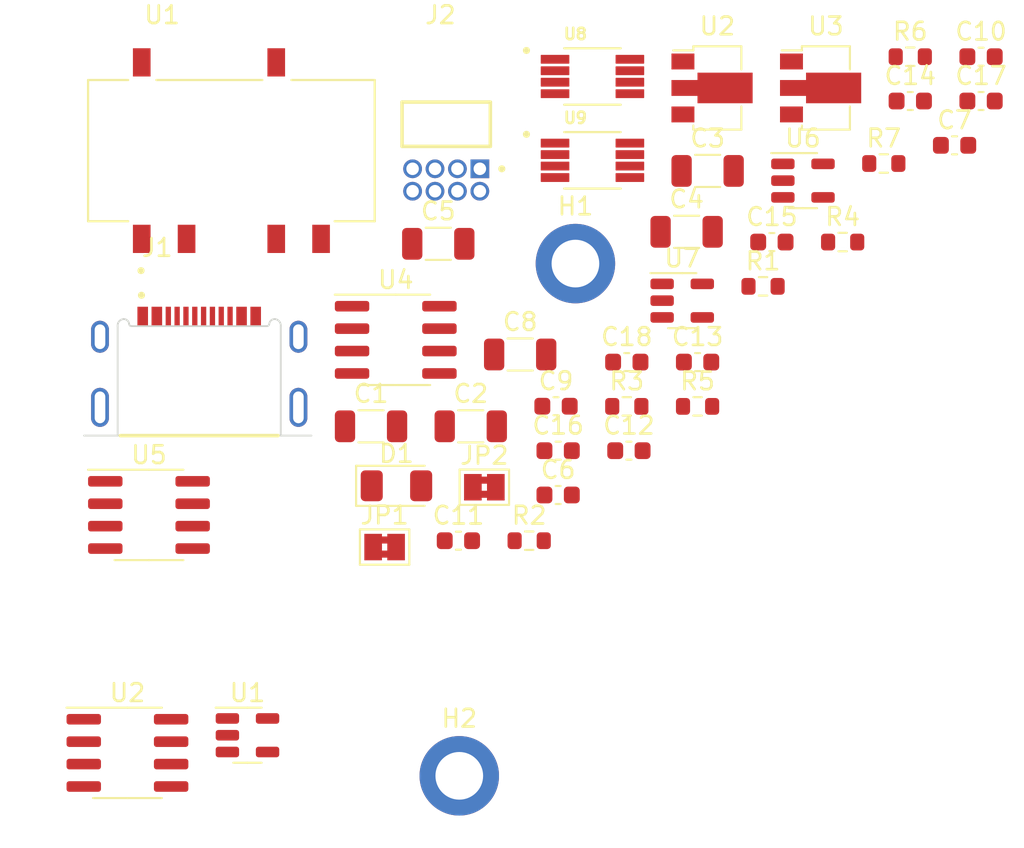
<source format=kicad_pcb>
(kicad_pcb (version 20211014) (generator pcbnew)
  (layers (0 "F.Cu" signal) (31 "B.Cu" signal) (34 "B.Paste" user) (35 "F.Paste" user) (36 "B.SilkS" user "B.Silkscreen") (37 "F.SilkS" user "F.Silkscreen") (38 "B.Mask" user) (39 "F.Mask" user) (44 "Edge.Cuts" user))
  (net 0 "")
  (net 1 "Net-(U1-Pad1)")
  (net 2 "GND")
  (net 4 "Net-(U1-Pad4)")
  (net 5 "+5V")
  (net 6 "Net-(U2-Pad1)")
  (net 7 "Net-(U2-Pad3)")
  (net 8 "Net-(U2-Pad6)")
  (net 10 "+15V")
  (net 11 "-15V")
  (net 12 "+12V")
  (net 13 "-12V")
  (net 14 "/VIOUT_5A")
  (net 15 "/VIOUT_40A")
  (net 16 "Net-(D1-Pad1)")
  (net 17 "Net-(J1-PadA5)")
  (net 21 "Net-(J1-PadB5)")
  (net 25 "/VIOUT_5A_SCALED")
  (net 26 "/VIOUT_40A_SCALED")
  (net 27 "/VIOUT_5A_BUF")
  (net 28 "/VIOUT_40A_BUF")
  (net 29 "Net-(JP1-Pad1)")
  (net 30 "Net-(JP2-Pad1)")
  (net 31 "Net-(R6-Pad1)")
  (net 32 "Net-(R6-Pad2)")
  (net 33 "Net-(R7-Pad1)")
  (net 34 "Net-(R7-Pad2)")
  (net 36 "Net-(H1-Pad1)")
  (net 37 "Net-(U4-Pad3)")
  (net 38 "Net-(H2-Pad1)")
  (net 39 "+2V5")
  (footprint "Package_SO:SOIC-8_3.9x4.9mm_P1.27mm" (layer "F.Cu") (at 332.6 34.1)
    (fp_text reference "U4" (at 0 -3.4) (layer "F.SilkS"))
    (fp_text value "ACS723xLCTR-05AB")
    (pad "1" smd roundrect (at -2.475 -1.905) (size 1.95 0.6) (layers "F.Cu" "F.Paste" "F.Mask") (net 36 "Net-(H1-Pad1)"))
    (pad "2" smd roundrect (at -2.475 -0.635) (size 1.95 0.6) (layers "F.Cu" "F.Paste" "F.Mask") (net 36 "Net-(H1-Pad1)"))
    (pad "3" smd roundrect (at -2.475 0.635) (size 1.95 0.6) (layers "F.Cu" "F.Paste" "F.Mask") (net 37 "Net-(U4-Pad3)"))
    (pad "4" smd roundrect (at -2.475 1.905) (size 1.95 0.6) (layers "F.Cu" "F.Paste" "F.Mask") (net 37 "Net-(U4-Pad3)"))
    (pad "5" smd roundrect (at 2.475 1.905) (size 1.95 0.6) (layers "F.Cu" "F.Paste" "F.Mask") (net 2 "GND"))
    (pad "6" smd roundrect (at 2.475 0.635) (size 1.95 0.6) (layers "F.Cu" "F.Paste" "F.Mask") (net 2 "GND"))
    (pad "7" smd roundrect (at 2.475 -0.635) (size 1.95 0.6) (layers "F.Cu" "F.Paste" "F.Mask") (net 14 "/VIOUT_5A"))
    (pad "8" smd roundrect (at 2.475 -1.905) (size 1.95 0.6) (layers "F.Cu" "F.Paste" "F.Mask") (net 5 "+5V"))
  )
  (footprint "Package_SO:SOIC-8_3.9x4.9mm_P1.27mm" (layer "F.Cu") (at 317.4 57.5)
    (fp_text reference "U2" (at 0 -3.4) (layer "F.SilkS"))
    (fp_text value "ACS712xLCTR-05B")
    (pad "1" smd roundrect (at -2.475 -1.905) (size 1.95 0.6) (layers "F.Cu" "F.Paste" "F.Mask") (net 6 "Net-(U2-Pad1)"))
    (pad "2" smd roundrect (at -2.475 -0.635) (size 1.95 0.6) (layers "F.Cu" "F.Paste" "F.Mask") (net 6 "Net-(U2-Pad1)"))
    (pad "3" smd roundrect (at -2.475 0.635) (size 1.95 0.6) (layers "F.Cu" "F.Paste" "F.Mask") (net 7 "Net-(U2-Pad3)"))
    (pad "4" smd roundrect (at -2.475 1.905) (size 1.95 0.6) (layers "F.Cu" "F.Paste" "F.Mask") (net 7 "Net-(U2-Pad3)"))
    (pad "5" smd roundrect (at 2.475 1.905) (size 1.95 0.6) (layers "F.Cu" "F.Paste" "F.Mask") (net 2 "GND"))
    (pad "6" smd roundrect (at 2.475 0.635) (size 1.95 0.6) (layers "F.Cu" "F.Paste" "F.Mask") (net 8 "Net-(U2-Pad6)"))
    (pad "7" smd roundrect (at 2.475 -0.635) (size 1.95 0.6) (layers "F.Cu" "F.Paste" "F.Mask"))
    (pad "8" smd roundrect (at 2.475 -1.905) (size 1.95 0.6) (layers "F.Cu" "F.Paste" "F.Mask") (net 5 "+5V"))
  )
  (footprint "Capacitor_SMD:C_1206_3216Metric" (layer "F.Cu") (at 335.01 28.66)
    (fp_text reference "C5" (at 0 -1.85) (layer "F.SilkS"))
    (fp_text value "4.7uF")
    (pad "1" smd roundrect (at -1.475 0) (size 1.15 1.8) (layers "F.Cu" "F.Paste" "F.Mask") (roundrect_rratio 0.217391) (net 5 "+5V"))
    (pad "2" smd roundrect (at 1.475 0) (size 1.15 1.8) (layers "F.Cu" "F.Paste" "F.Mask") (roundrect_rratio 0.217391) (net 2 "GND"))
  )
  (footprint "Resistor_SMD:R_0603_1608Metric" (layer "F.Cu") (at 340.16 45.48)
    (fp_text reference "R2" (at 0 -1.43) (layer "F.SilkS"))
    (fp_text value "5.1K")
    (pad "1" smd roundrect (at -0.825 0) (size 0.8 0.95) (layers "F.Cu" "F.Paste" "F.Mask") (net 2 "GND"))
    (pad "2" smd roundrect (at 0.825 0) (size 0.8 0.95) (layers "F.Cu" "F.Paste" "F.Mask") (net 21 "Net-(J1-PadB5)"))
  )
  (footprint "Capacitor_SMD:C_1206_3216Metric" (layer "F.Cu") (at 349.08 27.98)
    (fp_text reference "C4" (at 0 -1.85) (layer "F.SilkS"))
    (fp_text value "4.7uF")
    (pad "1" smd roundrect (at -1.475 0) (size 1.15 1.8) (layers "F.Cu" "F.Paste" "F.Mask") (roundrect_rratio 0.217391) (net 5 "+5V"))
    (pad "2" smd roundrect (at 1.475 0) (size 1.15 1.8) (layers "F.Cu" "F.Paste" "F.Mask") (roundrect_rratio 0.217391) (net 2 "GND"))
  )
  (footprint "Capacitor_SMD:C_0603_1608Metric" (layer "F.Cu") (at 361.75 20.57)
    (fp_text reference "C14" (at 0 -1.43) (layer "F.SilkS"))
    (fp_text value "DNP")
    (pad "1" smd roundrect (at -0.775 0) (size 0.9 0.95) (layers "F.Cu" "F.Paste" "F.Mask") (net 2 "GND"))
    (pad "2" smd roundrect (at 0.775 0) (size 0.9 0.95) (layers "F.Cu" "F.Paste" "F.Mask") (net 15 "/VIOUT_40A"))
  )
  (footprint "Capacitor_SMD:C_1206_3216Metric" (layer "F.Cu") (at 336.85 39)
    (fp_text reference "C2" (at 0 -1.85) (layer "F.SilkS"))
    (fp_text value "1uF")
    (pad "1" smd roundrect (at -1.475 0) (size 1.15 1.8) (layers "F.Cu" "F.Paste" "F.Mask") (roundrect_rratio 0.217391) (net 10 "+15V"))
    (pad "2" smd roundrect (at 1.475 0) (size 1.15 1.8) (layers "F.Cu" "F.Paste" "F.Mask") (roundrect_rratio 0.217391) (net 2 "GND"))
  )
  (footprint "LED_SMD:LED_1206_3216Metric" (layer "F.Cu") (at 332.64 42.37)
    (fp_text reference "D1" (at 0 -1.82) (layer "F.SilkS"))
    (fp_text value "LED_Small")
    (pad "1" smd roundrect (at -1.4 0) (size 1.25 1.75) (layers "F.Cu" "F.Paste" "F.Mask") (roundrect_rratio 0.2) (net 16 "Net-(D1-Pad1)"))
    (pad "2" smd roundrect (at 1.4 0) (size 1.25 1.75) (layers "F.Cu" "F.Paste" "F.Mask") (roundrect_rratio 0.2) (net 5 "+5V"))
  )
  (footprint "Package_TO_SOT_SMD:SOT-23-5" (layer "F.Cu") (at 324.2 56.5)
    (fp_text reference "U1" (at 0 -2.4) (layer "F.SilkS"))
    (fp_text value "AD8541")
    (pad "1" smd roundrect (at -1.1375 -0.95) (size 1.325 0.6) (layers "F.Cu" "F.Paste" "F.Mask") (net 1 "Net-(U1-Pad1)"))
    (pad "2" smd roundrect (at -1.1375 0) (size 1.325 0.6) (layers "F.Cu" "F.Paste" "F.Mask") (net 2 "GND"))
    (pad "3" smd roundrect (at -1.1375 0.95) (size 1.325 0.6) (layers "F.Cu" "F.Paste" "F.Mask"))
    (pad "4" smd roundrect (at 1.1375 0.95) (size 1.325 0.6) (layers "F.Cu" "F.Paste" "F.Mask") (net 4 "Net-(U1-Pad4)"))
    (pad "5" smd roundrect (at 1.1375 -0.95) (size 1.325 0.6) (layers "F.Cu" "F.Paste" "F.Mask") (net 5 "+5V"))
  )
  (footprint "Package_SO:SOIC-8_3.9x4.9mm_P1.27mm" (layer "F.Cu") (at 318.62 44.02)
    (fp_text reference "U5" (at 0 -3.4) (layer "F.SilkS"))
    (fp_text value "ACS723xLCTR-40AB")
    (pad "1" smd roundrect (at -2.475 -1.905) (size 1.95 0.6) (layers "F.Cu" "F.Paste" "F.Mask") (net 37 "Net-(U4-Pad3)"))
    (pad "2" smd roundrect (at -2.475 -0.635) (size 1.95 0.6) (layers "F.Cu" "F.Paste" "F.Mask") (net 37 "Net-(U4-Pad3)"))
    (pad "3" smd roundrect (at -2.475 0.635) (size 1.95 0.6) (layers "F.Cu" "F.Paste" "F.Mask") (net 38 "Net-(H2-Pad1)"))
    (pad "4" smd roundrect (at -2.475 1.905) (size 1.95 0.6) (layers "F.Cu" "F.Paste" "F.Mask") (net 38 "Net-(H2-Pad1)"))
    (pad "5" smd roundrect (at 2.475 1.905) (size 1.95 0.6) (layers "F.Cu" "F.Paste" "F.Mask") (net 2 "GND"))
    (pad "6" smd roundrect (at 2.475 0.635) (size 1.95 0.6) (layers "F.Cu" "F.Paste" "F.Mask") (net 2 "GND"))
    (pad "7" smd roundrect (at 2.475 -0.635) (size 1.95 0.6) (layers "F.Cu" "F.Paste" "F.Mask") (net 15 "/VIOUT_40A"))
    (pad "8" smd roundrect (at 2.475 -1.905) (size 1.95 0.6) (layers "F.Cu" "F.Paste" "F.Mask") (net 5 "+5V"))
  )
  (footprint "Capacitor_SMD:C_0603_1608Metric" (layer "F.Cu") (at 341.68 37.86)
    (fp_text reference "C9" (at 0 -1.43) (layer "F.SilkS"))
    (fp_text value "100nF")
    (pad "1" smd roundrect (at -0.775 0) (size 0.9 0.95) (layers "F.Cu" "F.Paste" "F.Mask") (net 5 "+5V"))
    (pad "2" smd roundrect (at 0.775 0) (size 0.9 0.95) (layers "F.Cu" "F.Paste" "F.Mask") (net 2 "GND"))
  )
  (footprint "Capacitor_SMD:C_0603_1608Metric" (layer "F.Cu") (at 353.91 28.56)
    (fp_text reference "C15" (at 0 -1.43) (layer "F.SilkS"))
    (fp_text value "100nF")
    (pad "1" smd roundrect (at -0.775 0) (size 0.9 0.95) (layers "F.Cu" "F.Paste" "F.Mask") (net 12 "+12V"))
    (pad "2" smd roundrect (at 0.775 0) (size 0.9 0.95) (layers "F.Cu" "F.Paste" "F.Mask") (net 2 "GND"))
  )
  (footprint "Capacitor_SMD:C_0603_1608Metric" (layer "F.Cu") (at 336.15 45.48)
    (fp_text reference "C11" (at 0 -1.43) (layer "F.SilkS"))
    (fp_text value "100nF")
    (pad "1" smd roundrect (at -0.775 0) (size 0.9 0.95) (layers "F.Cu" "F.Paste" "F.Mask") (net 5 "+5V"))
    (pad "2" smd roundrect (at 0.775 0) (size 0.9 0.95) (layers "F.Cu" "F.Paste" "F.Mask") (net 2 "GND"))
  )
  (footprint "Resistor_SMD:R_0603_1608Metric" (layer "F.Cu") (at 360.25 24.11)
    (fp_text reference "R7" (at 0 -1.43) (layer "F.SilkS"))
    (fp_text value "4.95K")
    (pad "1" smd roundrect (at -0.825 0) (size 0.8 0.95) (layers "F.Cu" "F.Paste" "F.Mask") (net 33 "Net-(R7-Pad1)"))
    (pad "2" smd roundrect (at 0.825 0) (size 0.8 0.95) (layers "F.Cu" "F.Paste" "F.Mask") (net 34 "Net-(R7-Pad2)"))
  )
  (footprint "Capacitor_SMD:C_1206_3216Metric" (layer "F.Cu") (at 350.27 24.53)
    (fp_text reference "C3" (at 0 -1.85) (layer "F.SilkS"))
    (fp_text value "1uF")
    (pad "1" smd roundrect (at -1.475 0) (size 1.15 1.8) (layers "F.Cu" "F.Paste" "F.Mask") (roundrect_rratio 0.217391) (net 2 "GND"))
    (pad "2" smd roundrect (at 1.475 0) (size 1.15 1.8) (layers "F.Cu" "F.Paste" "F.Mask") (roundrect_rratio 0.217391) (net 11 "-15V"))
  )
  (footprint "TES_1-0523:CONV_TES_1-0523" (layer "F.Cu") (at 323.29 23.38)
    (fp_text reference "U1" (at -3.925 -7.685) (layer "F.SilkS"))
    (fp_text value "TES_1-0523")
    (pad "1" smd rect locked (at -5.08 5) (size 1 1.6) (layers "F.Cu" "F.Paste" "F.Mask") (net 2 "GND"))
    (pad "2" smd rect locked (at -2.54 5) (size 1 1.6) (layers "F.Cu" "F.Paste" "F.Mask") (net 5 "+5V"))
    (pad "4" smd rect locked (at 2.54 5) (size 1 1.6) (layers "F.Cu" "F.Paste" "F.Mask") (net 2 "GND"))
    (pad "5" smd rect locked (at 5.08 5) (size 1 1.6) (layers "F.Cu" "F.Paste" "F.Mask") (net 11 "-15V"))
    (pad "7" smd rect locked (at 2.54 -5) (size 1 1.6) (layers "F.Cu" "F.Paste" "F.Mask") (net 10 "+15V"))
    (pad "10" smd rect locked (at -5.08 -5) (size 1 1.6) (layers "F.Cu" "F.Paste" "F.Mask"))
  )
  (footprint "Resistor_SMD:R_0603_1608Metric" (layer "F.Cu") (at 349.7 37.87)
    (fp_text reference "R5" (at 0 -1.43) (layer "F.SilkS"))
    (fp_text value "4.7K")
    (pad "1" smd roundrect (at -0.825 0) (size 0.8 0.95) (layers "F.Cu" "F.Paste" "F.Mask") (net 15 "/VIOUT_40A"))
    (pad "2" smd roundrect (at 0.825 0) (size 0.8 0.95) (layers "F.Cu" "F.Paste" "F.Mask") (net 2 "GND"))
  )
  (footprint "Package_TO_SOT_SMD:SOT-23-5" (layer "F.Cu") (at 348.83 31.88)
    (fp_text reference "U7" (at 0 -2.4) (layer "F.SilkS"))
    (fp_text value "LT6015xS5")
    (pad "1" smd roundrect (at -1.1375 -0.95) (size 1.325 0.6) (layers "F.Cu" "F.Paste" "F.Mask") (net 28 "/VIOUT_40A_BUF"))
    (pad "2" smd roundrect (at -1.1375 0) (size 1.325 0.6) (layers "F.Cu" "F.Paste" "F.Mask") (net 2 "GND"))
    (pad "3" smd roundrect (at -1.1375 0.95) (size 1.325 0.6) (layers "F.Cu" "F.Paste" "F.Mask") (net 15 "/VIOUT_40A"))
    (pad "4" smd roundrect (at 1.1375 0.95) (size 1.325 0.6) (layers "F.Cu" "F.Paste" "F.Mask") (net 28 "/VIOUT_40A_BUF"))
    (pad "5" smd roundrect (at 1.1375 -0.95) (size 1.325 0.6) (layers "F.Cu" "F.Paste" "F.Mask") (net 5 "+5V"))
  )
  (footprint "Resistor_SMD:R_0603_1608Metric" (layer "F.Cu") (at 357.92 28.56)
    (fp_text reference "R4" (at 0 -1.43) (layer "F.SilkS"))
    (fp_text value "4.7K")
    (pad "1" smd roundrect (at -0.825 0) (size 0.8 0.95) (layers "F.Cu" "F.Paste" "F.Mask") (net 14 "/VIOUT_5A"))
    (pad "2" smd roundrect (at 0.825 0) (size 0.8 0.95) (layers "F.Cu" "F.Paste" "F.Mask") (net 2 "GND"))
  )
  (footprint "Resistor_SMD:R_0603_1608Metric" (layer "F.Cu") (at 345.69 37.87)
    (fp_text reference "R3" (at 0 -1.43) (layer "F.SilkS"))
    (fp_text value "5.1K")
    (pad "1" smd roundrect (at -0.825 0) (size 0.8 0.95) (layers "F.Cu" "F.Paste" "F.Mask") (net 17 "Net-(J1-PadA5)"))
    (pad "2" smd roundrect (at 0.825 0) (size 0.8 0.95) (layers "F.Cu" "F.Paste" "F.Mask") (net 2 "GND"))
  )
  (footprint "Capacitor_SMD:C_0603_1608Metric" (layer "F.Cu") (at 365.76 20.57)
    (fp_text reference "C17" (at 0 -1.43) (layer "F.SilkS"))
    (fp_text value "100nF")
    (pad "1" smd roundrect (at -0.775 0) (size 0.9 0.95) (layers "F.Cu" "F.Paste" "F.Mask") (net 12 "+12V"))
    (pad "2" smd roundrect (at 0.775 0) (size 0.9 0.95) (layers "F.Cu" "F.Paste" "F.Mask") (net 2 "GND"))
  )
  (footprint "Package_TO_SOT_SMD:SOT-89-3" (layer "F.Cu") (at 356.67 19.83)
    (fp_text reference "U3" (at 0.3 -3.5) (layer "F.SilkS"))
    (fp_text value "L7912")
    (pad "1" smd rect (at -1.65 -1.5) (size 1.3 0.9) (layers "F.Cu" "F.Paste" "F.Mask") (net 2 "GND"))
    (pad "2" smd custom (at -1.5625 0) (size 1.475 0.9) (layers "F.Cu" "F.Paste" "F.Mask") (net 11 "-15V") (options (clearance outline) (anchor rect)) (primitives (gr_poly (pts (xy 3.8625 0.8665) (xy 0.7375 0.8665) (xy 0.7375 -0.8665) (xy 3.8625 -0.8665)) (width 0) (fill yes))))
    (pad "3" smd rect (at -1.65 1.5) (size 1.3 0.9) (layers "F.Cu" "F.Paste" "F.Mask") (net 13 "-12V"))
  )
  (footprint "Capacitor_SMD:C_0603_1608Metric" (layer "F.Cu") (at 345.69 35.36)
    (fp_text reference "C18" (at 0 -1.43) (layer "F.SilkS"))
    (fp_text value "100nF")
    (pad "1" smd roundrect (at -0.775 0) (size 0.9 0.95) (layers "F.Cu" "F.Paste" "F.Mask") (net 13 "-12V"))
    (pad "2" smd roundrect (at 0.775 0) (size 0.9 0.95) (layers "F.Cu" "F.Paste" "F.Mask") (net 2 "GND"))
  )
  (footprint "Capacitor_SMD:C_0603_1608Metric" (layer "F.Cu") (at 349.7 35.36)
    (fp_text reference "C13" (at 0 -1.43) (layer "F.SilkS"))
    (fp_text value "DNP")
    (pad "1" smd roundrect (at -0.775 0) (size 0.9 0.95) (layers "F.Cu" "F.Paste" "F.Mask") (net 2 "GND"))
    (pad "2" smd roundrect (at 0.775 0) (size 0.9 0.95) (layers "F.Cu" "F.Paste" "F.Mask") (net 14 "/VIOUT_5A"))
  )
  (footprint "Package_TO_SOT_SMD:SOT-89-3" (layer "F.Cu") (at 350.52 19.83)
    (fp_text reference "U2" (at 0.3 -3.5) (layer "F.SilkS"))
    (fp_text value "L78L12")
    (pad "1" smd rect (at -1.65 -1.5) (size 1.3 0.9) (layers "F.Cu" "F.Paste" "F.Mask") (net 12 "+12V"))
    (pad "2" smd custom (at -1.5625 0) (size 1.475 0.9) (layers "F.Cu" "F.Paste" "F.Mask") (net 2 "GND") (options (clearance outline) (anchor rect)) (primitives (gr_poly (pts (xy 3.8625 0.8665) (xy 0.7375 0.8665) (xy 0.7375 -0.8665) (xy 3.8625 -0.8665)) (width 0) (fill yes))))
    (pad "3" smd rect (at -1.65 1.5) (size 1.3 0.9) (layers "F.Cu" "F.Paste" "F.Mask") (net 10 "+15V"))
  )
  (footprint "Capacitor_SMD:C_0603_1608Metric" (layer "F.Cu") (at 341.8 40.38)
    (fp_text reference "C16" (at 0 -1.43) (layer "F.SilkS"))
    (fp_text value "100nF")
    (pad "1" smd roundrect (at -0.775 0) (size 0.9 0.95) (layers "F.Cu" "F.Paste" "F.Mask") (net 13 "-12V"))
    (pad "2" smd roundrect (at 0.775 0) (size 0.9 0.95) (layers "F.Cu" "F.Paste" "F.Mask") (net 2 "GND"))
  )
  (footprint "USB4505-03-0-A_REVA:GCT_USB4505-03-0-A_REVA" (layer "F.Cu") (at 321.465 37.925)
    (fp_text reference "J1" (at -2.375 -9.045) (layer "F.SilkS"))
    (fp_text value "USB4505-03-0-A_REVA")
    (fp_poly (pts (xy -5.62 -3.1) (xy -5.646 -3.101) (xy -5.672 -3.103) (xy -5.698 -3.106) (xy -5.724 -3.111) (xy -5.749 -3.117) (xy -5.775 -3.124) (xy -5.799 -3.133) (xy -5.823 -3.143) (xy -5.847 -3.154) (xy -5.87 -3.167) (xy -5.892 -3.181) (xy -5.914 -3.195) (xy -5.935 -3.211) (xy -5.955 -3.228) (xy -5.974 -3.246) (xy -5.992 -3.265) (xy -6.009 -3.285) (xy -6.025 -3.306) (xy -6.039 -3.328) (xy -6.053 -3.35) (xy -6.066 -3.373) (xy -6.077 -3.397) (xy -6.087 -3.421) (xy -6.096 -3.445) (xy -6.103 -3.471) (xy -6.109 -3.496) (xy -6.114 -3.522) (xy -6.117 -3.548) (xy -6.119 -3.574) (xy -6.12 -3.6) (xy -6.12 -4.4) (xy -6.119 -4.426) (xy -6.117 -4.452) (xy -6.114 -4.478) (xy -6.109 -4.504) (xy -6.103 -4.529) (xy -6.096 -4.555) (xy -6.087 -4.579) (xy -6.077 -4.603) (xy -6.066 -4.627) (xy -6.053 -4.65) (xy -6.039 -4.672) (xy -6.025 -4.694) (xy -6.009 -4.715) (xy -5.992 -4.735) (xy -5.974 -4.754) (xy -5.955 -4.772) (xy -5.935 -4.789) (xy -5.914 -4.805) (xy -5.892 -4.819) (xy -5.87 -4.833) (xy -5.847 -4.846) (xy -5.823 -4.857) (xy -5.799 -4.867) (xy -5.775 -4.876) (xy -5.749 -4.883) (xy -5.724 -4.889) (xy -5.698 -4.894) (xy -5.672 -4.897) (xy -5.646 -4.899) (xy -5.62 -4.9) (xy -5.594 -4.899) (xy -5.568 -4.897) (xy -5.542 -4.894) (xy -5.516 -4.889) (xy -5.491 -4.883) (xy -5.465 -4.876) (xy -5.441 -4.867) (xy -5.417 -4.857) (xy -5.393 -4.846) (xy -5.37 -4.833) (xy -5.348 -4.819) (xy -5.326 -4.805) (xy -5.305 -4.789) (xy -5.285 -4.772) (xy -5.266 -4.754) (xy -5.248 -4.735) (xy -5.231 -4.715) (xy -5.215 -4.694) (xy -5.201 -4.672) (xy -5.187 -4.65) (xy -5.174 -4.627) (xy -5.163 -4.603) (xy -5.153 -4.579) (xy -5.144 -4.555) (xy -5.137 -4.529) (xy -5.131 -4.504) (xy -5.126 -4.478) (xy -5.123 -4.452) (xy -5.121 -4.426) (xy -5.12 -4.4) (xy -5.12 -3.6) (xy -5.121 -3.574) (xy -5.123 -3.548) (xy -5.126 -3.522) (xy -5.131 -3.496) (xy -5.137 -3.471) (xy -5.144 -3.445) (xy -5.153 -3.421) (xy -5.163 -3.397) (xy -5.174 -3.373) (xy -5.187 -3.35) (xy -5.201 -3.328) (xy -5.215 -3.306) (xy -5.231 -3.285) (xy -5.248 -3.265) (xy -5.266 -3.246) (xy -5.285 -3.228) (xy -5.305 -3.211) (xy -5.326 -3.195) (xy -5.348 -3.181) (xy -5.37 -3.167) (xy -5.393 -3.154) (xy -5.417 -3.143) (xy -5.441 -3.133) (xy -5.465 -3.124) (xy -5.491 -3.117) (xy -5.516 -3.111) (xy -5.542 -3.106) (xy -5.568 -3.103) (xy -5.594 -3.101) (xy -5.62 -3.1)) (layer "F.Cu") (width 0.01) (fill solid))
    (fp_poly (pts (xy 5.62 1.1) (xy 5.594 1.099) (xy 5.568 1.097) (xy 5.542 1.094) (xy 5.516 1.089) (xy 5.491 1.083) (xy 5.465 1.076) (xy 5.441 1.067) (xy 5.417 1.057) (xy 5.393 1.046) (xy 5.37 1.033) (xy 5.348 1.019) (xy 5.326 1.005) (xy 5.305 0.989) (xy 5.285 0.972) (xy 5.266 0.954) (xy 5.248 0.935) (xy 5.231 0.915) (xy 5.215 0.894) (xy 5.201 0.872) (xy 5.187 0.85) (xy 5.174 0.827) (xy 5.163 0.803) (xy 5.153 0.779) (xy 5.144 0.755) (xy 5.137 0.729) (xy 5.131 0.704) (xy 5.126 0.678) (xy 5.123 0.652) (xy 5.121 0.626) (xy 5.12 0.6) (xy 5.12 -0.6) (xy 5.121 -0.626) (xy 5.123 -0.652) (xy 5.126 -0.678) (xy 5.131 -0.704) (xy 5.137 -0.729) (xy 5.144 -0.755) (xy 5.153 -0.779) (xy 5.163 -0.803) (xy 5.174 -0.827) (xy 5.187 -0.85) (xy 5.201 -0.872) (xy 5.215 -0.894) (xy 5.231 -0.915) (xy 5.248 -0.935) (xy 5.266 -0.954) (xy 5.285 -0.972) (xy 5.305 -0.989) (xy 5.326 -1.005) (xy 5.348 -1.019) (xy 5.37 -1.033) (xy 5.393 -1.046) (xy 5.417 -1.057) (xy 5.441 -1.067) (xy 5.465 -1.076) (xy 5.491 -1.083) (xy 5.516 -1.089) (xy 5.542 -1.094) (xy 5.568 -1.097) (xy 5.594 -1.099) (xy 5.62 -1.1) (xy 5.646 -1.099) (xy 5.672 -1.097) (xy 5.698 -1.094) (xy 5.724 -1.089) (xy 5.749 -1.083) (xy 5.775 -1.076) (xy 5.799 -1.067) (xy 5.823 -1.057) (xy 5.847 -1.046) (xy 5.87 -1.033) (xy 5.892 -1.019) (xy 5.914 -1.005) (xy 5.935 -0.989) (xy 5.955 -0.972) (xy 5.974 -0.954) (xy 5.992 -0.935) (xy 6.009 -0.915) (xy 6.025 -0.894) (xy 6.039 -0.872) (xy 6.053 -0.85) (xy 6.066 -0.827) (xy 6.077 -0.803) (xy 6.087 -0.779) (xy 6.096 -0.755) (xy 6.103 -0.729) (xy 6.109 -0.704) (xy 6.114 -0.678) (xy 6.117 -0.652) (xy 6.119 -0.626) (xy 6.12 -0.6) (xy 6.12 0.6) (xy 6.119 0.626) (xy 6.117 0.652) (xy 6.114 0.678) (xy 6.109 0.704) (xy 6.103 0.729) (xy 6.096 0.755) (xy 6.087 0.779) (xy 6.077 0.803) (xy 6.066 0.827) (xy 6.053 0.85) (xy 6.039 0.872) (xy 6.025 0.894) (xy 6.009 0.915) (xy 5.992 0.935) (xy 5.974 0.954) (xy 5.955 0.972) (xy 5.935 0.989) (xy 5.914 1.005) (xy 5.892 1.019) (xy 5.87 1.033) (xy 5.847 1.046) (xy 5.823 1.057) (xy 5.799 1.067) (xy 5.775 1.076) (xy 5.749 1.083) (xy 5.724 1.089) (xy 5.698 1.094) (xy 5.672 1.097) (xy 5.646 1.099) (xy 5.62 1.1)) (layer "F.Cu") (width 0.01) (fill solid))
    (fp_poly (pts (xy -5.62 1.1) (xy -5.646 1.099) (xy -5.672 1.097) (xy -5.698 1.094) (xy -5.724 1.089) (xy -5.749 1.083) (xy -5.775 1.076) (xy -5.799 1.067) (xy -5.823 1.057) (xy -5.847 1.046) (xy -5.87 1.033) (xy -5.892 1.019) (xy -5.914 1.005) (xy -5.935 0.989) (xy -5.955 0.972) (xy -5.974 0.954) (xy -5.992 0.935) (xy -6.009 0.915) (xy -6.025 0.894) (xy -6.039 0.872) (xy -6.053 0.85) (xy -6.066 0.827) (xy -6.077 0.803) (xy -6.087 0.779) (xy -6.096 0.755) (xy -6.103 0.729) (xy -6.109 0.704) (xy -6.114 0.678) (xy -6.117 0.652) (xy -6.119 0.626) (xy -6.12 0.6) (xy -6.12 -0.6) (xy -6.119 -0.626) (xy -6.117 -0.652) (xy -6.114 -0.678) (xy -6.109 -0.704) (xy -6.103 -0.729) (xy -6.096 -0.755) (xy -6.087 -0.779) (xy -6.077 -0.803) (xy -6.066 -0.827) (xy -6.053 -0.85) (xy -6.039 -0.872) (xy -6.025 -0.894) (xy -6.009 -0.915) (xy -5.992 -0.935) (xy -5.974 -0.954) (xy -5.955 -0.972) (xy -5.935 -0.989) (xy -5.914 -1.005) (xy -5.892 -1.019) (xy -5.87 -1.033) (xy -5.847 -1.046) (xy -5.823 -1.057) (xy -5.799 -1.067) (xy -5.775 -1.076) (xy -5.749 -1.083) (xy -5.724 -1.089) (xy -5.698 -1.094) (xy -5.672 -1.097) (xy -5.646 -1.099) (xy -5.62 -1.1) (xy -5.594 -1.099) (xy -5.568 -1.097) (xy -5.542 -1.094) (xy -5.516 -1.089) (xy -5.491 -1.083) (xy -5.465 -1.076) (xy -5.441 -1.067) (xy -5.417 -1.057) (xy -5.393 -1.046) (xy -5.37 -1.033) (xy -5.348 -1.019) (xy -5.326 -1.005) (xy -5.305 -0.989) (xy -5.285 -0.972) (xy -5.266 -0.954) (xy -5.248 -0.935) (xy -5.231 -0.915) (xy -5.215 -0.894) (xy -5.201 -0.872) (xy -5.187 -0.85) (xy -5.174 -0.827) (xy -5.163 -0.803) (xy -5.153 -0.779) (xy -5.144 -0.755) (xy -5.137 -0.729) (xy -5.131 -0.704) (xy -5.126 -0.678) (xy -5.123 -0.652) (xy -5.121 -0.626) (xy -5.12 -0.6) (xy -5.12 0.6) (xy -5.121 0.626) (xy -5.123 0.652) (xy -5.126 0.678) (xy -5.131 0.704) (xy -5.137 0.729) (xy -5.144 0.755) (xy -5.153 0.779) (xy -5.163 0.803) (xy -5.174 0.827) (xy -5.187 0.85) (xy -5.201 0.872) (xy -5.215 0.894) (xy -5.231 0.915) (xy -5.248 0.935) (xy -5.266 0.954) (xy -5.285 0.972) (xy -5.305 0.989) (xy -5.326 1.005) (xy -5.348 1.019) (xy -5.37 1.033) (xy -5.393 1.046) (xy -5.417 1.057) (xy -5.441 1.067) (xy -5.465 1.076) (xy -5.491 1.083) (xy -5.516 1.089) (xy -5.542 1.094) (xy -5.568 1.097) (xy -5.594 1.099) (xy -5.62 1.1)) (layer "F.Cu") (width 0.01) (fill solid))
    (fp_poly (pts (xy 5.62 -3.1) (xy 5.594 -3.101) (xy 5.568 -3.103) (xy 5.542 -3.106) (xy 5.516 -3.111) (xy 5.491 -3.117) (xy 5.465 -3.124) (xy 5.441 -3.133) (xy 5.417 -3.143) (xy 5.393 -3.154) (xy 5.37 -3.167) (xy 5.348 -3.181) (xy 5.326 -3.195) (xy 5.305 -3.211) (xy 5.285 -3.228) (xy 5.266 -3.246) (xy 5.248 -3.265) (xy 5.231 -3.285) (xy 5.215 -3.306) (xy 5.201 -3.328) (xy 5.187 -3.35) (xy 5.174 -3.373) (xy 5.163 -3.397) (xy 5.153 -3.421) (xy 5.144 -3.445) (xy 5.137 -3.471) (xy 5.131 -3.496) (xy 5.126 -3.522) (xy 5.123 -3.548) (xy 5.121 -3.574) (xy 5.12 -3.6) (xy 5.12 -4.4) (xy 5.121 -4.426) (xy 5.123 -4.452) (xy 5.126 -4.478) (xy 5.131 -4.504) (xy 5.137 -4.529) (xy 5.144 -4.555) (xy 5.153 -4.579) (xy 5.163 -4.603) (xy 5.174 -4.627) (xy 5.187 -4.65) (xy 5.201 -4.672) (xy 5.215 -4.694) (xy 5.231 -4.715) (xy 5.248 -4.735) (xy 5.266 -4.754) (xy 5.285 -4.772) (xy 5.305 -4.789) (xy 5.326 -4.805) (xy 5.348 -4.819) (xy 5.37 -4.833) (xy 5.393 -4.846) (xy 5.417 -4.857) (xy 5.441 -4.867) (xy 5.465 -4.876) (xy 5.491 -4.883) (xy 5.516 -4.889) (xy 5.542 -4.894) (xy 5.568 -4.897) (xy 5.594 -4.899) (xy 5.62 -4.9) (xy 5.646 -4.899) (xy 5.672 -4.897) (xy 5.698 -4.894) (xy 5.724 -4.889) (xy 5.749 -4.883) (xy 5.775 -4.876) (xy 5.799 -4.867) (xy 5.823 -4.857) (xy 5.847 -4.846) (xy 5.87 -4.833) (xy 5.892 -4.819) (xy 5.914 -4.805) (xy 5.935 -4.789) (xy 5.955 -4.772) (xy 5.974 -4.754) (xy 5.992 -4.735) (xy 6.009 -4.715) (xy 6.025 -4.694) (xy 6.039 -4.672) (xy 6.053 -4.65) (xy 6.066 -4.627) (xy 6.077 -4.603) (xy 6.087 -4.579) (xy 6.096 -4.555) (xy 6.103 -4.529) (xy 6.109 -4.504) (xy 6.114 -4.478) (xy 6.117 -4.452) (xy 6.119 -4.426) (xy 6.12 -4.4) (xy 6.12 -3.6) (xy 6.119 -3.574) (xy 6.117 -3.548) (xy 6.114 -3.522) (xy 6.109 -3.496) (xy 6.103 -3.471) (xy 6.096 -3.445) (xy 6.087 -3.421) (xy 6.077 -3.397) (xy 6.066 -3.373) (xy 6.053 -3.35) (xy 6.039 -3.328) (xy 6.025 -3.306) (xy 6.009 -3.285) (xy 5.992 -3.265) (xy 5.974 -3.246) (xy 5.955 -3.228) (xy 5.935 -3.211) (xy 5.914 -3.195) (xy 5.892 -3.181) (xy 5.87 -3.167) (xy 5.847 -3.154) (xy 5.823 -3.143) (xy 5.799 -3.133) (xy 5.775 -3.124) (xy 5.749 -3.117) (xy 5.724 -3.111) (xy 5.698 -3.106) (xy 5.672 -3.103) (xy 5.646 -3.101) (xy 5.62 -3.1)) (layer "F.Cu") (width 0.01) (fill solid))
    (fp_poly (pts (xy 5.62 -3.1) (xy 5.594 -3.101) (xy 5.568 -3.103) (xy 5.542 -3.106) (xy 5.516 -3.111) (xy 5.491 -3.117) (xy 5.465 -3.124) (xy 5.441 -3.133) (xy 5.417 -3.143) (xy 5.393 -3.154) (xy 5.37 -3.167) (xy 5.348 -3.181) (xy 5.326 -3.195) (xy 5.305 -3.211) (xy 5.285 -3.228) (xy 5.266 -3.246) (xy 5.248 -3.265) (xy 5.231 -3.285) (xy 5.215 -3.306) (xy 5.201 -3.328) (xy 5.187 -3.35) (xy 5.174 -3.373) (xy 5.163 -3.397) (xy 5.153 -3.421) (xy 5.144 -3.445) (xy 5.137 -3.471) (xy 5.131 -3.496) (xy 5.126 -3.522) (xy 5.123 -3.548) (xy 5.121 -3.574) (xy 5.12 -3.6) (xy 5.12 -4.4) (xy 5.121 -4.426) (xy 5.123 -4.452) (xy 5.126 -4.478) (xy 5.131 -4.504) (xy 5.137 -4.529) (xy 5.144 -4.555) (xy 5.153 -4.579) (xy 5.163 -4.603) (xy 5.174 -4.627) (xy 5.187 -4.65) (xy 5.201 -4.672) (xy 5.215 -4.694) (xy 5.231 -4.715) (xy 5.248 -4.735) (xy 5.266 -4.754) (xy 5.285 -4.772) (xy 5.305 -4.789) (xy 5.326 -4.805) (xy 5.348 -4.819) (xy 5.37 -4.833) (xy 5.393 -4.846) (xy 5.417 -4.857) (xy 5.441 -4.867) (xy 5.465 -4.876) (xy 5.491 -4.883) (xy 5.516 -4.889) (xy 5.542 -4.894) (xy 5.568 -4.897) (xy 5.594 -4.899) (xy 5.62 -4.9) (xy 5.646 -4.899) (xy 5.672 -4.897) (xy 5.698 -4.894) (xy 5.724 -4.889) (xy 5.749 -4.883) (xy 5.775 -4.876) (xy 5.799 -4.867) (xy 5.823 -4.857) (xy 5.847 -4.846) (xy 5.87 -4.833) (xy 5.892 -4.819) (xy 5.914 -4.805) (xy 5.935 -4.789) (xy 5.955 -4.772) (xy 5.974 -4.754) (xy 5.992 -4.735) (xy 6.009 -4.715) (xy 6.025 -4.694) (xy 6.039 -4.672) (xy 6.053 -4.65) (xy 6.066 -4.627) (xy 6.077 -4.603) (xy 6.087 -4.579) (xy 6.096 -4.555) (xy 6.103 -4.529) (xy 6.109 -4.504) (xy 6.114 -4.478) (xy 6.117 -4.452) (xy 6.119 -4.426) (xy 6.12 -4.4) (xy 6.12 -3.6) (xy 6.119 -3.574) (xy 6.117 -3.548) (xy 6.114 -3.522) (xy 6.109 -3.496) (xy 6.103 -3.471) (xy 6.096 -3.445) (xy 6.087 -3.421) (xy 6.077 -3.397) (xy 6.066 -3.373) (xy 6.053 -3.35) (xy 6.039 -3.328) (xy 6.025 -3.306) (xy 6.009 -3.285) (xy 5.992 -3.265) (xy 5.974 -3.246) (xy 5.955 -3.228) (xy 5.935 -3.211) (xy 5.914 -3.195) (xy 5.892 -3.181) (xy 5.87 -3.167) (xy 5.847 -3.154) (xy 5.823 -3.143) (xy 5.799 -3.133) (xy 5.775 -3.124) (xy 5.749 -3.117) (xy 5.724 -3.111) (xy 5.698 -3.106) (xy 5.672 -3.103) (xy 5.646 -3.101) (xy 5.62 -3.1)) (layer "B.Cu") (width 0.01) (fill solid))
    (fp_poly (pts (xy -5.62 -3.1) (xy -5.646 -3.101) (xy -5.672 -3.103) (xy -5.698 -3.106) (xy -5.724 -3.111) (xy -5.749 -3.117) (xy -5.775 -3.124) (xy -5.799 -3.133) (xy -5.823 -3.143) (xy -5.847 -3.154) (xy -5.87 -3.167) (xy -5.892 -3.181) (xy -5.914 -3.195) (xy -5.935 -3.211) (xy -5.955 -3.228) (xy -5.974 -3.246) (xy -5.992 -3.265) (xy -6.009 -3.285) (xy -6.025 -3.306) (xy -6.039 -3.328) (xy -6.053 -3.35) (xy -6.066 -3.373) (xy -6.077 -3.397) (xy -6.087 -3.421) (xy -6.096 -3.445) (xy -6.103 -3.471) (xy -6.109 -3.496) (xy -6.114 -3.522) (xy -6.117 -3.548) (xy -6.119 -3.574) (xy -6.12 -3.6) (xy -6.12 -4.4) (xy -6.119 -4.426) (xy -6.117 -4.452) (xy -6.114 -4.478) (xy -6.109 -4.504) (xy -6.103 -4.529) (xy -6.096 -4.555) (xy -6.087 -4.579) (xy -6.077 -4.603) (xy -6.066 -4.627) (xy -6.053 -4.65) (xy -6.039 -4.672) (xy -6.025 -4.694) (xy -6.009 -4.715) (xy -5.992 -4.735) (xy -5.974 -4.754) (xy -5.955 -4.772) (xy -5.935 -4.789) (xy -5.914 -4.805) (xy -5.892 -4.819) (xy -5.87 -4.833) (xy -5.847 -4.846) (xy -5.823 -4.857) (xy -5.799 -4.867) (xy -5.775 -4.876) (xy -5.749 -4.883) (xy -5.724 -4.889) (xy -5.698 -4.894) (xy -5.672 -4.897) (xy -5.646 -4.899) (xy -5.62 -4.9) (xy -5.594 -4.899) (xy -5.568 -4.897) (xy -5.542 -4.894) (xy -5.516 -4.889) (xy -5.491 -4.883) (xy -5.465 -4.876) (xy -5.441 -4.867) (xy -5.417 -4.857) (xy -5.393 -4.846) (xy -5.37 -4.833) (xy -5.348 -4.819) (xy -5.326 -4.805) (xy -5.305 -4.789) (xy -5.285 -4.772) (xy -5.266 -4.754) (xy -5.248 -4.735) (xy -5.231 -4.715) (xy -5.215 -4.694) (xy -5.201 -4.672) (xy -5.187 -4.65) (xy -5.174 -4.627) (xy -5.163 -4.603) (xy -5.153 -4.579) (xy -5.144 -4.555) (xy -5.137 -4.529) (xy -5.131 -4.504) (xy -5.126 -4.478) (xy -5.123 -4.452) (xy -5.121 -4.426) (xy -5.12 -4.4) (xy -5.12 -3.6) (xy -5.121 -3.574) (xy -5.123 -3.548) (xy -5.126 -3.522) (xy -5.131 -3.496) (xy -5.137 -3.471) (xy -5.144 -3.445) (xy -5.153 -3.421) (xy -5.163 -3.397) (xy -5.174 -3.373) (xy -5.187 -3.35) (xy -5.201 -3.328) (xy -5.215 -3.306) (xy -5.231 -3.285) (xy -5.248 -3.265) (xy -5.266 -3.246) (xy -5.285 -3.228) (xy -5.305 -3.211) (xy -5.326 -3.195) (xy -5.348 -3.181) (xy -5.37 -3.167) (xy -5.393 -3.154) (xy -5.417 -3.143) (xy -5.441 -3.133) (xy -5.465 -3.124) (xy -5.491 -3.117) (xy -5.516 -3.111) (xy -5.542 -3.106) (xy -5.568 -3.103) (xy -5.594 -3.101) (xy -5.62 -3.1)) (layer "B.Cu") (width 0.01) (fill solid))
    (fp_poly (pts (xy -5.62 1.1) (xy -5.646 1.099) (xy -5.672 1.097) (xy -5.698 1.094) (xy -5.724 1.089) (xy -5.749 1.083) (xy -5.775 1.076) (xy -5.799 1.067) (xy -5.823 1.057) (xy -5.847 1.046) (xy -5.87 1.033) (xy -5.892 1.019) (xy -5.914 1.005) (xy -5.935 0.989) (xy -5.955 0.972) (xy -5.974 0.954) (xy -5.992 0.935) (xy -6.009 0.915) (xy -6.025 0.894) (xy -6.039 0.872) (xy -6.053 0.85) (xy -6.066 0.827) (xy -6.077 0.803) (xy -6.087 0.779) (xy -6.096 0.755) (xy -6.103 0.729) (xy -6.109 0.704) (xy -6.114 0.678) (xy -6.117 0.652) (xy -6.119 0.626) (xy -6.12 0.6) (xy -6.12 -0.6) (xy -6.119 -0.626) (xy -6.117 -0.652) (xy -6.114 -0.678) (xy -6.109 -0.704) (xy -6.103 -0.729) (xy -6.096 -0.755) (xy -6.087 -0.779) (xy -6.077 -0.803) (xy -6.066 -0.827) (xy -6.053 -0.85) (xy -6.039 -0.872) (xy -6.025 -0.894) (xy -6.009 -0.915) (xy -5.992 -0.935) (xy -5.974 -0.954) (xy -5.955 -0.972) (xy -5.935 -0.989) (xy -5.914 -1.005) (xy -5.892 -1.019) (xy -5.87 -1.033) (xy -5.847 -1.046) (xy -5.823 -1.057) (xy -5.799 -1.067) (xy -5.775 -1.076) (xy -5.749 -1.083) (xy -5.724 -1.089) (xy -5.698 -1.094) (xy -5.672 -1.097) (xy -5.646 -1.099) (xy -5.62 -1.1) (xy -5.594 -1.099) (xy -5.568 -1.097) (xy -5.542 -1.094) (xy -5.516 -1.089) (xy -5.491 -1.083) (xy -5.465 -1.076) (xy -5.441 -1.067) (xy -5.417 -1.057) (xy -5.393 -1.046) (xy -5.37 -1.033) (xy -5.348 -1.019) (xy -5.326 -1.005) (xy -5.305 -0.989) (xy -5.285 -0.972) (xy -5.266 -0.954) (xy -5.248 -0.935) (xy -5.231 -0.915) (xy -5.215 -0.894) (xy -5.201 -0.872) (xy -5.187 -0.85) (xy -5.174 -0.827) (xy -5.163 -0.803) (xy -5.153 -0.779) (xy -5.144 -0.755) (xy -5.137 -0.729) (xy -5.131 -0.704) (xy -5.126 -0.678) (xy -5.123 -0.652) (xy -5.121 -0.626) (xy -5.12 -0.6) (xy -5.12 0.6) (xy -5.121 0.626) (xy -5.123 0.652) (xy -5.126 0.678) (xy -5.131 0.704) (xy -5.137 0.729) (xy -5.144 0.755) (xy -5.153 0.779) (xy -5.163 0.803) (xy -5.174 0.827) (xy -5.187 0.85) (xy -5.201 0.872) (xy -5.215 0.894) (xy -5.231 0.915) (xy -5.248 0.935) (xy -5.266 0.954) (xy -5.285 0.972) (xy -5.305 0.989) (xy -5.326 1.005) (xy -5.348 1.019) (xy -5.37 1.033) (xy -5.393 1.046) (xy -5.417 1.057) (xy -5.441 1.067) (xy -5.465 1.076) (xy -5.491 1.083) (xy -5.516 1.089) (xy -5.542 1.094) (xy -5.568 1.097) (xy -5.594 1.099) (xy -5.62 1.1)) (layer "B.Cu") (width 0.01) (fill solid))
    (fp_poly (pts (xy 5.62 1.1) (xy 5.594 1.099) (xy 5.568 1.097) (xy 5.542 1.094) (xy 5.516 1.089) (xy 5.491 1.083) (xy 5.465 1.076) (xy 5.441 1.067) (xy 5.417 1.057) (xy 5.393 1.046) (xy 5.37 1.033) (xy 5.348 1.019) (xy 5.326 1.005) (xy 5.305 0.989) (xy 5.285 0.972) (xy 5.266 0.954) (xy 5.248 0.935) (xy 5.231 0.915) (xy 5.215 0.894) (xy 5.201 0.872) (xy 5.187 0.85) (xy 5.174 0.827) (xy 5.163 0.803) (xy 5.153 0.779) (xy 5.144 0.755) (xy 5.137 0.729) (xy 5.131 0.704) (xy 5.126 0.678) (xy 5.123 0.652) (xy 5.121 0.626) (xy 5.12 0.6) (xy 5.12 -0.6) (xy 5.121 -0.626) (xy 5.123 -0.652) (xy 5.126 -0.678) (xy 5.131 -0.704) (xy 5.137 -0.729) (xy 5.144 -0.755) (xy 5.153 -0.779) (xy 5.163 -0.803) (xy 5.174 -0.827) (xy 5.187 -0.85) (xy 5.201 -0.872) (xy 5.215 -0.894) (xy 5.231 -0.915) (xy 5.248 -0.935) (xy 5.266 -0.954) (xy 5.285 -0.972) (xy 5.305 -0.989) (xy 5.326 -1.005) (xy 5.348 -1.019) (xy 5.37 -1.033) (xy 5.393 -1.046) (xy 5.417 -1.057) (xy 5.441 -1.067) (xy 5.465 -1.076) (xy 5.491 -1.083) (xy 5.516 -1.089) (xy 5.542 -1.094) (xy 5.568 -1.097) (xy 5.594 -1.099) (xy 5.62 -1.1) (xy 5.646 -1.099) (xy 5.672 -1.097) (xy 5.698 -1.094) (xy 5.724 -1.089) (xy 5.749 -1.083) (xy 5.775 -1.076) (xy 5.799 -1.067) (xy 5.823 -1.057) (xy 5.847 -1.046) (xy 5.87 -1.033) (xy 5.892 -1.019) (xy 5.914 -1.005) (xy 5.935 -0.989) (xy 5.955 -0.972) (xy 5.974 -0.954) (xy 5.992 -0.935) (xy 6.009 -0.915) (xy 6.025 -0.894) (xy 6.039 -0.872) (xy 6.053 -0.85) (xy 6.066 -0.827) (xy 6.077 -0.803) (xy 6.087 -0.779) (xy 6.096 -0.755) (xy 6.103 -0.729) (xy 6.109 -0.704) (xy 6.114 -0.678) (xy 6.117 -0.652) (xy 6.119 -0.626) (xy 6.12 -0.6) (xy 6.12 0.6) (xy 6.119 0.626) (xy 6.117 0.652) (xy 6.114 0.678) (xy 6.109 0.704) (xy 6.103 0.729) (xy 6.096 0.755) (xy 6.087 0.779) (xy 6.077 0.803) (xy 6.066 0.827) (xy 6.053 0.85) (xy 6.039 0.872) (xy 6.025 0.894) (xy 6.009 0.915) (xy 5.992 0.935) (xy 5.974 0.954) (xy 5.955 0.972) (xy 5.935 0.989) (xy 5.914 1.005) (xy 5.892 1.019) (xy 5.87 1.033) (xy 5.847 1.046) (xy 5.823 1.057) (xy 5.799 1.067) (xy 5.775 1.076) (xy 5.749 1.083) (xy 5.724 1.089) (xy 5.698 1.094) (xy 5.672 1.097) (xy 5.646 1.099) (xy 5.62 1.1)) (layer "B.Cu") (width 0.01) (fill solid))
    (fp_line (start -6.52 1.6) (end -4.62 1.6) (layer "Edge.Cuts") (width 0.1))
    (fp_line (start 4.62 -4.6) (end 4.62 1.6) (layer "Edge.Cuts") (width 0.1))
    (fp_line (start -3.82 -4.6) (end 3.82 -4.6) (layer "Edge.Cuts") (width 0.1))
    (fp_line (start -4.62 1.6) (end -4.62 -4.6) (layer "Edge.Cuts") (width 0.1))
    (fp_line (start 4.62 1.6) (end 6.36 1.6) (layer "Edge.Cuts") (width 0.1))
    (fp_arc (start -4.295 -5) (mid -4.07451 -4.92731) (end -3.97 -4.72) (layer "Edge.Cuts") (width 0.1))
    (fp_arc (start -3.82 -4.6) (mid -3.919853 -4.628934) (end -3.97 -4.72) (layer "Edge.Cuts") (width 0.1))
    (fp_arc (start 4.295 -5) (mid 4.540343 -4.86731) (end 4.62 -4.6) (layer "Edge.Cuts") (width 0.1))
    (fp_arc (start 3.97 -4.72) (mid 4.07451 -4.92731) (end 4.295 -5) (layer "Edge.Cuts") (width 0.1))
    (fp_arc (start 3.97 -4.72) (mid 3.919853 -4.628934) (end 3.82 -4.6) (layer "Edge.Cuts") (width 0.1))
    (fp_arc (start -4.62 -4.6) (mid -4.540343 -4.86731) (end -4.295 -5) (layer "Edge.Cuts") (width 0.1))
    (pad "A1_B12" smd rect (at -3.2 -5.15) (size 0.6 1.1) (layers "F.Cu" "F.Paste" "F.Mask") (net 2 "GND"))
    (pad "A4_B9" smd rect (at -2.4 -5.15) (size 0.6 1.1) (layers "F.Cu" "F.Paste" "F.Mask") (net 5 "+5V"))
    (pad "A5" smd rect (at -1.25 -5.15) (size 0.3 1.1) (layers "F.Cu" "F.Paste" "F.Mask") (net 17 "Net-(J1-PadA5)"))
    (pad "A6" smd rect (at -0.25 -5.15) (size 0.3 1.1) (layers "F.Cu" "F.Paste" "F.Mask"))
    (pad "A7" smd rect (at 0.25 -5.15) (size 0.3 1.1) (layers "F.Cu" "F.Paste" "F.Mask"))
    (pad "A8" smd rect (at 1.25 -5.15) (size 0.3 1.1) (layers "F.Cu" "F.Paste" "F.Mask"))
    (pad "B1_A12" smd rect (at 3.2 -5.15) (size 0.6 1.1) (layers "F.Cu" "F.Paste" "F.Mask") (net 2 "GND"))
    (pad "B4_A9" smd rect (at 2.4 -5.15) (size 0.6 1.1) (layers "F.Cu" "F.Paste" "F.Mask") (net 5 "+5V"))
    (pad "B5" smd rect (at 1.75 -5.15) (size 0.3 1.1) (layers "F.Cu" "F.Paste" "F.Mask") (net 21 "Net-(J1-PadB5)"))
    (pad "B6" smd rect (at 0.75 -5.15) (size 0.3 1.1) (layers "F.Cu" "F.Paste" "F.Mask"))
    (pad "B7" smd rect (at -0.75 -5.15) (size 0.3 1.1) (layers "F.Cu" "F.Paste" "F.Mask"))
    (pad "B8" smd rect (at -1.75 -5.15) (size 0.3 1.1) (layers "F.Cu" "F.Paste" "F.Mask"))
    (pad "S1" thru_hole oval (at -5.62 0) (size 0.95 1.9) (drill oval 0.6 1.8) (layers *.Cu) (net 2 "GND"))
    (pad "S2" thru_hole oval (at 5.62 -4) (size 0.8 1.6) (drill oval 0.6 1.4) (layers *.Cu) (net 2 "GND"))
    (pad "S3" thru_hole oval (at -5.62 -4) (size 0.8 1.6) (drill oval 0.6 1.4) (layers *.Cu) (net 2 "GND"))
    (pad "S4" thru_hole oval (at 5.62 0) (size 0.95 1.9) (drill oval 0.6 1.8) (layers *.Cu) (net 2 "GND"))
  )
  (footprint "Capacitor_SMD:C_0603_1608Metric" (layer "F.Cu") (at 365.76 18.06)
    (fp_text reference "C10" (at 0 -1.43) (layer "F.SilkS"))
    (fp_text value "100nF")
    (pad "1" smd roundrect (at -0.775 0) (size 0.9 0.95) (layers "F.Cu" "F.Paste" "F.Mask") (net 5 "+5V"))
    (pad "2" smd roundrect (at 0.775 0) (size 0.9 0.95) (layers "F.Cu" "F.Paste" "F.Mask") (net 2 "GND"))
  )
  (footprint "Package_TO_SOT_SMD:SOT-23-5" (layer "F.Cu") (at 355.67 25.08)
    (fp_text reference "U6" (at 0 -2.4) (layer "F.SilkS"))
    (fp_text value "LT6015xS5")
    (pad "1" smd roundrect (at -1.1375 -0.95) (size 1.325 0.6) (layers "F.Cu" "F.Paste" "F.Mask") (net 27 "/VIOUT_5A_BUF"))
    (pad "2" smd roundrect (at -1.1375 0) (size 1.325 0.6) (layers "F.Cu" "F.Paste" "F.Mask") (net 2 "GND"))
    (pad "3" smd roundrect (at -1.1375 0.95) (size 1.325 0.6) (layers "F.Cu" "F.Paste" "F.Mask") (net 14 "/VIOUT_5A"))
    (pad "4" smd roundrect (at 1.1375 0.95) (size 1.325 0.6) (layers "F.Cu" "F.Paste" "F.Mask") (net 27 "/VIOUT_5A_BUF"))
    (pad "5" smd roundrect (at 1.1375 -0.95) (size 1.325 0.6) (layers "F.Cu" "F.Paste" "F.Mask") (net 5 "+5V"))
  )
  (footprint "Resistor_SMD:R_0603_1608Metric" (layer "F.Cu") (at 353.41 31.07)
    (fp_text reference "R1" (at 0 -1.43) (layer "F.SilkS"))
    (fp_text value "2.5K")
    (pad "1" smd roundrect (at -0.825 0) (size 0.8 0.95) (layers "F.Cu" "F.Paste" "F.Mask") (net 16 "Net-(D1-Pad1)"))
    (pad "2" smd roundrect (at 0.825 0) (size 0.8 0.95) (layers "F.Cu" "F.Paste" "F.Mask") (net 2 "GND"))
  )
  (footprint "AD8422BRMZ-RL:SOP65P490X110-8N" (layer "F.Cu") (at 343.745 19.18)
    (fp_text reference "U8" (at -0.968 -2.4064) (layer "F.SilkS") (effects (font (size 0.64 0.64))))
    (fp_text value "AD8422")
    (pad "1" smd roundrect locked (at -2.12 -0.975) (size 1.62 0.5) (layers "F.Cu" "F.Paste" "F.Mask") (roundrect_rratio 0.06) (net 39 "+2V5"))
    (pad "2" smd roundrect locked (at -2.12 -0.325) (size 1.62 0.5) (layers "F.Cu" "F.Paste" "F.Mask") (roundrect_rratio 0.06) (net 32 "Net-(R6-Pad2)"))
    (pad "3" smd roundrect locked (at -2.12 0.325) (size 1.62 0.5) (layers "F.Cu" "F.Paste" "F.Mask") (roundrect_rratio 0.06) (net 31 "Net-(R6-Pad1)"))
    (pad "4" smd roundrect locked (at -2.12 0.975) (size 1.62 0.5) (layers "F.Cu" "F.Paste" "F.Mask") (roundrect_rratio 0.06) (net 14 "/VIOUT_5A"))
    (pad "5" smd roundrect locked (at 2.12 0.975) (size 1.62 0.5) (layers "F.Cu" "F.Paste" "F.Mask") (roundrect_rratio 0.06) (net 13 "-12V"))
    (pad "6" smd roundrect locked (at 2.12 0.325) (size 1.62 0.5) (layers "F.Cu" "F.Paste" "F.Mask") (roundrect_rratio 0.06) (net 2 "GND"))
    (pad "7" smd roundrect locked (at 2.12 -0.325) (size 1.62 0.5) (layers "F.Cu" "F.Paste" "F.Mask") (roundrect_rratio 0.06) (net 29 "Net-(JP1-Pad1)"))
    (pad "8" smd roundrect locked (at 2.12 -0.975) (size 1.62 0.5) (layers "F.Cu" "F.Paste" "F.Mask") (roundrect_rratio 0.06) (net 12 "+12V"))
  )
  (footprint "Jumper:SolderJumper-2_P1.3mm_Bridged2Bar_Pad1.0x1.5mm" (layer "F.Cu") (at 331.97 45.84)
    (fp_text reference "JP1" (at 0 -1.8) (layer "F.SilkS"))
    (fp_text value "SolderJumper_2_Bridged")
    (fp_poly (pts (xy -0.25 0.2) (xy 0.25 0.2) (xy 0.25 0.6) (xy -0.25 0.6)) (layer "F.Cu") (width 0) (fill solid))
    (fp_poly (pts (xy -0.25 -0.6) (xy 0.25 -0.6) (xy 0.25 -0.2) (xy -0.25 -0.2)) (layer "F.Cu") (width 0) (fill solid))
    (pad "1" smd rect (at -0.65 0) (size 1 1.5) (layers "F.Cu" "F.Mask") (net 29 "Net-(JP1-Pad1)"))
    (pad "2" smd rect (at 0.65 0) (size 1 1.5) (layers "F.Cu" "F.Mask") (net 25 "/VIOUT_5A_SCALED"))
  )
  (footprint "Capacitor_SMD:C_1206_3216Metric" (layer "F.Cu") (at 339.65 34.93)
    (fp_text reference "C8" (at 0 -1.85) (layer "F.SilkS"))
    (fp_text value "4.7uF")
    (pad "1" smd roundrect (at -1.475 0) (size 1.15 1.8) (layers "F.Cu" "F.Paste" "F.Mask") (roundrect_rratio 0.217391) (net 5 "+5V"))
    (pad "2" smd roundrect (at 1.475 0) (size 1.15 1.8) (layers "F.Cu" "F.Paste" "F.Mask") (roundrect_rratio 0.217391) (net 2 "GND"))
  )
  (footprint "AD8422BRMZ-RL:SOP65P490X110-8N" (layer "F.Cu") (at 343.745 23.93)
    (fp_text reference "U9" (at -0.968 -2.4064) (layer "F.SilkS") (effects (font (size 0.64 0.64))))
    (fp_text value "AD8422")
    (pad "1" smd roundrect locked (at -2.12 -0.975) (size 1.62 0.5) (layers "F.Cu" "F.Paste" "F.Mask") (roundrect_rratio 0.06) (net 39 "+2V5"))
    (pad "2" smd roundrect locked (at -2.12 -0.325) (size 1.62 0.5) (layers "F.Cu" "F.Paste" "F.Mask") (roundrect_rratio 0.06) (net 34 "Net-(R7-Pad2)"))
    (pad "3" smd roundrect locked (at -2.12 0.325) (size 1.62 0.5) (layers "F.Cu" "F.Paste" "F.Mask") (roundrect_rratio 0.06) (net 33 "Net-(R7-Pad1)"))
    (pad "4" smd roundrect locked (at -2.12 0.975) (size 1.62 0.5) (layers "F.Cu" "F.Paste" "F.Mask") (roundrect_rratio 0.06) (net 15 "/VIOUT_40A"))
    (pad "5" smd roundrect locked (at 2.12 0.975) (size 1.62 0.5) (layers "F.Cu" "F.Paste" "F.Mask") (roundrect_rratio 0.06) (net 13 "-12V"))
    (pad "6" smd roundrect locked (at 2.12 0.325) (size 1.62 0.5) (layers "F.Cu" "F.Paste" "F.Mask") (roundrect_rratio 0.06) (net 2 "GND"))
    (pad "7" smd roundrect locked (at 2.12 -0.325) (size 1.62 0.5) (layers "F.Cu" "F.Paste" "F.Mask") (roundrect_rratio 0.06) (net 30 "Net-(JP2-Pad1)"))
    (pad "8" smd roundrect locked (at 2.12 -0.975) (size 1.62 0.5) (layers "F.Cu" "F.Paste" "F.Mask") (roundrect_rratio 0.06) (net 12 "+12V"))
  )
  (footprint "Capacitor_SMD:C_1206_3216Metric" (layer "F.Cu") (at 331.2 39)
    (fp_text reference "C1" (at 0 -1.85) (layer "F.SilkS"))
    (fp_text value "4.7uF")
    (pad "1" smd roundrect (at -1.475 0) (size 1.15 1.8) (layers "F.Cu" "F.Paste" "F.Mask") (roundrect_rratio 0.217391) (net 5 "+5V"))
    (pad "2" smd roundrect (at 1.475 0) (size 1.15 1.8) (layers "F.Cu" "F.Paste" "F.Mask") (roundrect_rratio 0.217391) (net 2 "GND"))
  )
  (footprint "Capacitor_SMD:C_0603_1608Metric" (layer "F.Cu") (at 341.8 42.89)
    (fp_text reference "C6" (at 0 -1.43) (layer "F.SilkS"))
    (fp_text value "100nF")
    (pad "1" smd roundrect (at -0.775 0) (size 0.9 0.95) (layers "F.Cu" "F.Paste" "F.Mask") (net 12 "+12V"))
    (pad "2" smd roundrect (at 0.775 0) (size 0.9 0.95) (layers "F.Cu" "F.Paste" "F.Mask") (net 2 "GND"))
  )
  (footprint "MountingHole:MountingHole_2.7mm_M2.5_ISO7380_Pad_TopBottom" (layer "F.Cu") (at 336.2 58.8)
    (fp_text reference "H2" (at 0 -3.25) (layer "F.SilkS"))
    (fp_text value "IN")
    (pad "1" thru_hole circle (at 0 0) (size 3.1 3.1) (drill 2.7) (layers *.Cu *.Mask) (net 38 "Net-(H2-Pad1)"))
    (pad "1" connect circle (at 0 0) (size 4.5 4.5) (layers "F.Cu" "F.Mask") (net 38 "Net-(H2-Pad1)"))
    (pad "1" connect circle (at 0 0) (size 4.5 4.5) (layers "B.Cu" "B.Mask") (net 38 "Net-(H2-Pad1)"))
  )
  (footprint "Resistor_SMD:R_0603_1608Metric" (layer "F.Cu") (at 361.75 18.06)
    (fp_text reference "R6" (at 0 -1.43) (layer "F.SilkS"))
    (fp_text value "4.95K")
    (pad "1" smd roundrect (at -0.825 0) (size 0.8 0.95) (layers "F.Cu" "F.Paste" "F.Mask") (net 31 "Net-(R6-Pad1)"))
    (pad "2" smd roundrect (at 0.825 0) (size 0.8 0.95) (layers "F.Cu" "F.Paste" "F.Mask") (net 32 "Net-(R6-Pad2)"))
  )
  (footprint "Jumper:SolderJumper-2_P1.3mm_Bridged2Bar_Pad1.0x1.5mm" (layer "F.Cu") (at 337.62 42.45)
    (fp_text reference "JP2" (at 0 -1.8) (layer "F.SilkS"))
    (fp_text value "SolderJumper_2_Bridged")
    (fp_poly (pts (xy -0.25 0.2) (xy 0.25 0.2) (xy 0.25 0.6) (xy -0.25 0.6)) (layer "F.Cu") (width 0) (fill solid))
    (fp_poly (pts (xy -0.25 -0.6) (xy 0.25 -0.6) (xy 0.25 -0.2) (xy -0.25 -0.2)) (layer "F.Cu") (width 0) (fill solid))
    (pad "1" smd rect (at -0.65 0) (size 1 1.5) (layers "F.Cu" "F.Mask") (net 30 "Net-(JP2-Pad1)"))
    (pad "2" smd rect (at 0.65 0) (size 1 1.5) (layers "F.Cu" "F.Mask") (net 26 "/VIOUT_40A_SCALED"))
  )
  (footprint "MountingHole:MountingHole_2.7mm_M2.5_ISO7380_Pad_TopBottom" (layer "F.Cu") (at 342.78 29.78)
    (fp_text reference "H1" (at 0 -3.25) (layer "F.SilkS"))
    (fp_text value "IP")
    (pad "1" connect circle (at 0 0) (size 4.5 4.5) (layers "F.Cu" "F.Mask") (net 36 "Net-(H1-Pad1)"))
    (pad "1" connect circle (at 0 0) (size 4.5 4.5) (layers "B.Cu" "B.Mask") (net 36 "Net-(H1-Pad1)"))
    (pad "1" thru_hole circle (at 0 0) (size 3.1 3.1) (drill 2.7) (layers *.Cu *.Mask) (net 36 "Net-(H1-Pad1)"))
  )
  (footprint "FTSH-104-01-SM-D-RA:SAMTEC_FTSH-104-01-SM-D-RA" (layer "F.Cu") (at 337.365 24.41)
    (fp_text reference "J2" (at -2.23 -8.715) (layer "F.SilkS"))
    (fp_text value "FTSH-104-01-SM-D-RA")
    (pad "01" thru_hole rect locked (at 0 0) (size 1.06 1.06) (drill 0.71) (layers *.Cu *.Mask) (net 25 "/VIOUT_5A_SCALED"))
    (pad "02" thru_hole circle locked (at 0 1.27) (size 1.06 1.06) (drill 0.71) (layers *.Cu *.Mask) (net 2 "GND"))
    (pad "03" thru_hole circle locked (at -1.27 0) (size 1.06 1.06) (drill 0.71) (layers *.Cu *.Mask) (net 26 "/VIOUT_40A_SCALED"))
    (pad "04" thru_hole circle locked (at -1.27 1.27) (size 1.06 1.06) (drill 0.71) (layers *.Cu *.Mask) (net 2 "GND"))
    (pad "05" thru_hole circle locked (at -2.54 0) (size 1.06 1.06) (drill 0.71) (layers *.Cu *.Mask) (net 27 "/VIOUT_5A_BUF"))
    (pad "06" thru_hole circle locked (at -2.54 1.27) (size 1.06 1.06) (drill 0.71) (layers *.Cu *.Mask) (net 2 "GND"))
    (pad "07" thru_hole circle locked (at -3.81 0) (size 1.06 1.06) (drill 0.71) (layers *.Cu *.Mask) (net 28 "/VIOUT_40A_BUF"))
    (pad "08" thru_hole circle locked (at -3.81 1.27) (size 1.06 1.06) (drill 0.71) (layers *.Cu *.Mask) (net 2 "GND"))
  )
  (footprint "Capacitor_SMD:C_0603_1608Metric" (layer "F.Cu") (at 364.26 23.08)
    (fp_text reference "C7" (at 0 -1.43) (layer "F.SilkS"))
    (fp_text value "100nF")
    (pad "1" smd roundrect (at -0.775 0) (size 0.9 0.95) (layers "F.Cu" "F.Paste" "F.Mask") (net 2 "GND"))
    (pad "2" smd roundrect (at 0.775 0) (size 0.9 0.95) (layers "F.Cu" "F.Paste" "F.Mask") (net 13 "-12V"))
  )
  (footprint "Capacitor_SMD:C_0603_1608Metric" (layer "F.Cu") (at 345.81 40.38)
    (fp_text reference "C12" (at 0 -1.43) (layer "F.SilkS"))
    (fp_text value "100nF")
    (pad "1" smd roundrect (at -0.775 0) (size 0.9 0.95) (layers "F.Cu" "F.Paste" "F.Mask") (net 5 "+5V"))
    (pad "2" smd roundrect (at 0.775 0) (size 0.9 0.95) (layers "F.Cu" "F.Paste" "F.Mask") (net 2 "GND"))
  )
)
</source>
